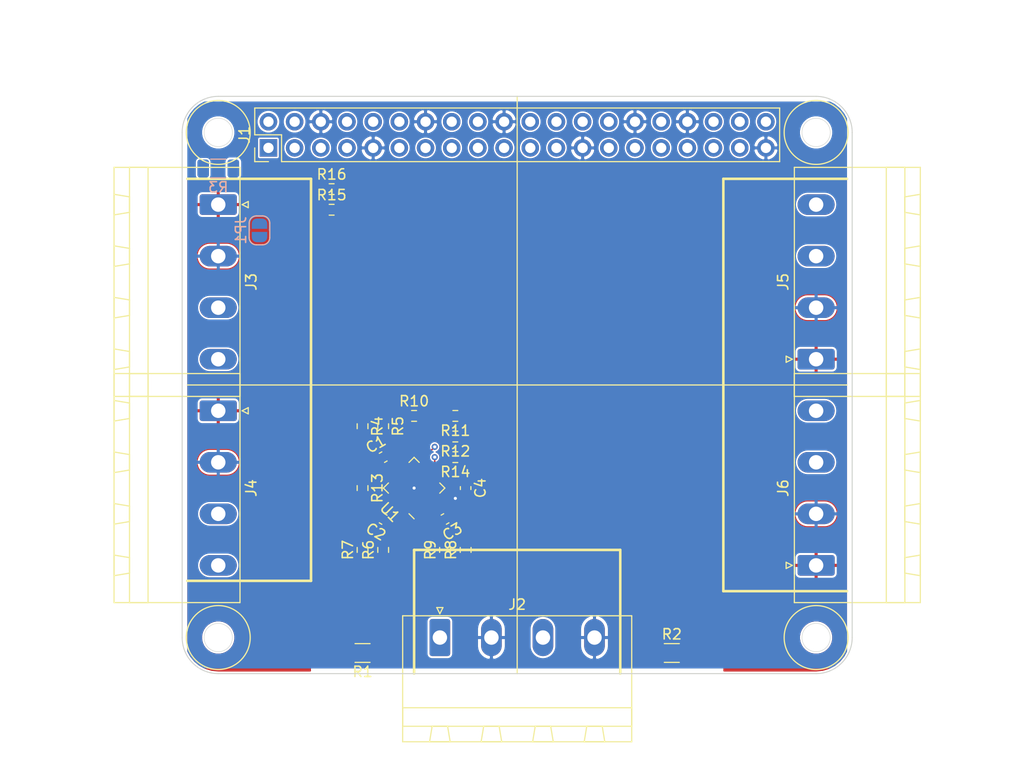
<source format=kicad_pcb>
(kicad_pcb (version 20171130) (host pcbnew 5.1.10-88a1d61d58~90~ubuntu20.04.1)
  (layers (0 F.Cu signal) (31 B.Cu signal hide) (34 B.Paste user hide) (35 F.Paste user hide) (36 B.SilkS user hide) (37 F.SilkS user hide) (38 B.Mask user hide) (39 F.Mask user hide) (44 Edge.Cuts user))
  (net 0 "")
  (net 1 +3V3)
  (net 2 +5V)
  (net 3 GND)
  (net 4 /VA_SENSE)
  (net 5 /VB_SENSE)
  (net 6 /VA)
  (net 7 /VB)
  (net 8 "Net-(C1-Pad1)")
  (net 9 "Net-(C1-Pad2)")
  (net 10 "Net-(C2-Pad2)")
  (net 11 "Net-(C2-Pad1)")
  (net 12 "Net-(C3-Pad1)")
  (net 13 "Net-(C3-Pad2)")
  (net 14 /5V_SENSE)
  (net 15 /SDA)
  (net 16 /SCL)
  (net 17 /PM_PV)
  (net 18 /PM_CRIT)
  (net 19 /PM_WARN)
  (net 20 /PM_TC)
  (net 21 /PM_A0)
  (module Resistor_SMD:R_0603_1608Metric (layer F.Cu) (at 82 81)
    (fp_text reference R16 (at 0 -1.43) (layer F.SilkS))
    (fp_text value R)
    (fp_line (start -0.237258 -0.5225) (end 0.237258 -0.5225) (layer F.SilkS) (width 0.12))
    (fp_line (start -0.237258 0.5225) (end 0.237258 0.5225) (layer F.SilkS) (width 0.12))
    (pad 2 smd roundrect (at 0.825 0) (size 0.8 0.95) (layers F.Cu F.Paste F.Mask) (net 16 /SCL))
    (pad 1 smd roundrect (at -0.825 0) (size 0.8 0.95) (layers F.Cu F.Paste F.Mask) (net 1 +3V3))
  )
  (module Resistor_SMD:R_0603_1608Metric (layer F.Cu) (at 82 83)
    (fp_text reference R15 (at 0 -1.43) (layer F.SilkS))
    (fp_text value R)
    (fp_line (start -0.237258 -0.5225) (end 0.237258 -0.5225) (layer F.SilkS) (width 0.12))
    (fp_line (start -0.237258 0.5225) (end 0.237258 0.5225) (layer F.SilkS) (width 0.12))
    (pad 2 smd roundrect (at 0.825 0) (size 0.8 0.95) (layers F.Cu F.Paste F.Mask) (net 15 /SDA))
    (pad 1 smd roundrect (at -0.825 0) (size 0.8 0.95) (layers F.Cu F.Paste F.Mask) (net 1 +3V3))
  )
  (module Resistor_SMD:R_1206_3216Metric (layer B.Cu) (at 71 79)
    (fp_text reference R3 (at 0 1.82) (layer B.SilkS) (effects (justify mirror)))
    (fp_text value R005)
    (fp_line (start -0.727064 0.91) (end 0.727064 0.91) (layer B.SilkS) (width 0.12))
    (fp_line (start -0.727064 -0.91) (end 0.727064 -0.91) (layer B.SilkS) (width 0.12))
    (pad 2 smd roundrect (at 1.4625 0) (size 1.125 1.75) (layers B.Cu B.Paste B.Mask) (roundrect_rratio 0.222222) (net 2 +5V))
    (pad 1 smd roundrect (at -1.4625 0) (size 1.125 1.75) (layers B.Cu B.Paste B.Mask) (roundrect_rratio 0.222222) (net 14 /5V_SENSE))
  )
  (module Resistor_SMD:R_1206_3216Metric (layer F.Cu) (at 115 126)
    (fp_text reference R2 (at 0 -1.82) (layer F.SilkS))
    (fp_text value R005)
    (fp_line (start -0.727064 -0.91) (end 0.727064 -0.91) (layer F.SilkS) (width 0.12))
    (fp_line (start -0.727064 0.91) (end 0.727064 0.91) (layer F.SilkS) (width 0.12))
    (pad 2 smd roundrect (at 1.4625 0) (size 1.125 1.75) (layers F.Cu F.Paste F.Mask) (roundrect_rratio 0.222222) (net 7 /VB))
    (pad 1 smd roundrect (at -1.4625 0) (size 1.125 1.75) (layers F.Cu F.Paste F.Mask) (roundrect_rratio 0.222222) (net 5 /VB_SENSE))
  )
  (module Resistor_SMD:R_1206_3216Metric (layer F.Cu) (at 85 126 180)
    (fp_text reference R1 (at 0 -1.82) (layer F.SilkS))
    (fp_text value R005)
    (fp_line (start -0.727064 -0.91) (end 0.727064 -0.91) (layer F.SilkS) (width 0.12))
    (fp_line (start -0.727064 0.91) (end 0.727064 0.91) (layer F.SilkS) (width 0.12))
    (pad 2 smd roundrect (at 1.4625 0 180) (size 1.125 1.75) (layers F.Cu F.Paste F.Mask) (roundrect_rratio 0.222222) (net 6 /VA))
    (pad 1 smd roundrect (at -1.4625 0 180) (size 1.125 1.75) (layers F.Cu F.Paste F.Mask) (roundrect_rratio 0.222222) (net 4 /VA_SENSE))
  )
  (module Connector_PinHeader_2.54mm:PinHeader_2x20_P2.54mm_Vertical (layer F.Cu) (at 75.87 77 90)
    (fp_text reference J1 (at 1.27 -2.33 90) (layer F.SilkS))
    (fp_text value Raspberry_Pi_2_3)
    (fp_line (start -1.33 -1.33) (end 0 -1.33) (layer F.SilkS) (width 0.12))
    (fp_line (start -1.33 0) (end -1.33 -1.33) (layer F.SilkS) (width 0.12))
    (fp_line (start 1.27 -1.33) (end 3.87 -1.33) (layer F.SilkS) (width 0.12))
    (fp_line (start 1.27 1.27) (end 1.27 -1.33) (layer F.SilkS) (width 0.12))
    (fp_line (start -1.33 1.27) (end 1.27 1.27) (layer F.SilkS) (width 0.12))
    (fp_line (start 3.87 -1.33) (end 3.87 49.59) (layer F.SilkS) (width 0.12))
    (fp_line (start -1.33 1.27) (end -1.33 49.59) (layer F.SilkS) (width 0.12))
    (fp_line (start -1.33 49.59) (end 3.87 49.59) (layer F.SilkS) (width 0.12))
    (pad 1 thru_hole rect (at 0 0 90) (size 1.7 1.7) (drill 1) (layers *.Cu *.Mask) (net 1 +3V3))
    (pad 2 thru_hole oval (at 2.54 0 90) (size 1.7 1.7) (drill 1) (layers *.Cu *.Mask) (net 2 +5V))
    (pad 3 thru_hole oval (at 0 2.54 90) (size 1.7 1.7) (drill 1) (layers *.Cu *.Mask) (net 15 /SDA))
    (pad 4 thru_hole oval (at 2.54 2.54 90) (size 1.7 1.7) (drill 1) (layers *.Cu *.Mask) (net 2 +5V))
    (pad 5 thru_hole oval (at 0 5.08 90) (size 1.7 1.7) (drill 1) (layers *.Cu *.Mask) (net 16 /SCL))
    (pad 6 thru_hole oval (at 2.54 5.08 90) (size 1.7 1.7) (drill 1) (layers *.Cu *.Mask) (net 3 GND))
    (pad 7 thru_hole oval (at 0 7.62 90) (size 1.7 1.7) (drill 1) (layers *.Cu *.Mask))
    (pad 8 thru_hole oval (at 2.54 7.62 90) (size 1.7 1.7) (drill 1) (layers *.Cu *.Mask))
    (pad 9 thru_hole oval (at 0 10.16 90) (size 1.7 1.7) (drill 1) (layers *.Cu *.Mask) (net 3 GND))
    (pad 10 thru_hole oval (at 2.54 10.16 90) (size 1.7 1.7) (drill 1) (layers *.Cu *.Mask))
    (pad 11 thru_hole oval (at 0 12.7 90) (size 1.7 1.7) (drill 1) (layers *.Cu *.Mask))
    (pad 12 thru_hole oval (at 2.54 12.7 90) (size 1.7 1.7) (drill 1) (layers *.Cu *.Mask))
    (pad 13 thru_hole oval (at 0 15.24 90) (size 1.7 1.7) (drill 1) (layers *.Cu *.Mask))
    (pad 14 thru_hole oval (at 2.54 15.24 90) (size 1.7 1.7) (drill 1) (layers *.Cu *.Mask) (net 3 GND))
    (pad 15 thru_hole oval (at 0 17.78 90) (size 1.7 1.7) (drill 1) (layers *.Cu *.Mask))
    (pad 16 thru_hole oval (at 2.54 17.78 90) (size 1.7 1.7) (drill 1) (layers *.Cu *.Mask))
    (pad 17 thru_hole oval (at 0 20.32 90) (size 1.7 1.7) (drill 1) (layers *.Cu *.Mask) (net 1 +3V3))
    (pad 18 thru_hole oval (at 2.54 20.32 90) (size 1.7 1.7) (drill 1) (layers *.Cu *.Mask))
    (pad 19 thru_hole oval (at 0 22.86 90) (size 1.7 1.7) (drill 1) (layers *.Cu *.Mask))
    (pad 20 thru_hole oval (at 2.54 22.86 90) (size 1.7 1.7) (drill 1) (layers *.Cu *.Mask) (net 3 GND))
    (pad 21 thru_hole oval (at 0 25.4 90) (size 1.7 1.7) (drill 1) (layers *.Cu *.Mask))
    (pad 22 thru_hole oval (at 2.54 25.4 90) (size 1.7 1.7) (drill 1) (layers *.Cu *.Mask))
    (pad 23 thru_hole oval (at 0 27.94 90) (size 1.7 1.7) (drill 1) (layers *.Cu *.Mask))
    (pad 24 thru_hole oval (at 2.54 27.94 90) (size 1.7 1.7) (drill 1) (layers *.Cu *.Mask))
    (pad 25 thru_hole oval (at 0 30.48 90) (size 1.7 1.7) (drill 1) (layers *.Cu *.Mask) (net 3 GND))
    (pad 26 thru_hole oval (at 2.54 30.48 90) (size 1.7 1.7) (drill 1) (layers *.Cu *.Mask))
    (pad 27 thru_hole oval (at 0 33.02 90) (size 1.7 1.7) (drill 1) (layers *.Cu *.Mask))
    (pad 28 thru_hole oval (at 2.54 33.02 90) (size 1.7 1.7) (drill 1) (layers *.Cu *.Mask))
    (pad 29 thru_hole oval (at 0 35.56 90) (size 1.7 1.7) (drill 1) (layers *.Cu *.Mask))
    (pad 30 thru_hole oval (at 2.54 35.56 90) (size 1.7 1.7) (drill 1) (layers *.Cu *.Mask) (net 3 GND))
    (pad 31 thru_hole oval (at 0 38.1 90) (size 1.7 1.7) (drill 1) (layers *.Cu *.Mask))
    (pad 32 thru_hole oval (at 2.54 38.1 90) (size 1.7 1.7) (drill 1) (layers *.Cu *.Mask))
    (pad 33 thru_hole oval (at 0 40.64 90) (size 1.7 1.7) (drill 1) (layers *.Cu *.Mask))
    (pad 34 thru_hole oval (at 2.54 40.64 90) (size 1.7 1.7) (drill 1) (layers *.Cu *.Mask) (net 3 GND))
    (pad 35 thru_hole oval (at 0 43.18 90) (size 1.7 1.7) (drill 1) (layers *.Cu *.Mask))
    (pad 36 thru_hole oval (at 2.54 43.18 90) (size 1.7 1.7) (drill 1) (layers *.Cu *.Mask))
    (pad 37 thru_hole oval (at 0 45.72 90) (size 1.7 1.7) (drill 1) (layers *.Cu *.Mask))
    (pad 38 thru_hole oval (at 2.54 45.72 90) (size 1.7 1.7) (drill 1) (layers *.Cu *.Mask))
    (pad 39 thru_hole oval (at 0 48.26 90) (size 1.7 1.7) (drill 1) (layers *.Cu *.Mask) (net 3 GND))
    (pad 40 thru_hole oval (at 2.54 48.26 90) (size 1.7 1.7) (drill 1) (layers *.Cu *.Mask))
  )
  (module Connector_Phoenix_MSTB:PhoenixContact_MSTBA_2,5_4-G_1x04_P5.00mm_Horizontal (layer F.Cu) (at 92.5 124.5)
    (fp_text reference J2 (at 7.5 -3.2) (layer F.SilkS))
    (fp_text value Conn_01x04)
    (fp_line (start -0.3 -2.91) (end 0.3 -2.91) (layer F.SilkS) (width 0.12))
    (fp_line (start 0 -2.31) (end -0.3 -2.91) (layer F.SilkS) (width 0.12))
    (fp_line (start 0.3 -2.91) (end 0 -2.31) (layer F.SilkS) (width 0.12))
    (fp_line (start 14.25 8.61) (end 14 10.11) (layer F.SilkS) (width 0.12))
    (fp_line (start 15.75 8.61) (end 14.25 8.61) (layer F.SilkS) (width 0.12))
    (fp_line (start 16 10.11) (end 15.75 8.61) (layer F.SilkS) (width 0.12))
    (fp_line (start 14 10.11) (end 16 10.11) (layer F.SilkS) (width 0.12))
    (fp_line (start 9.25 8.61) (end 9 10.11) (layer F.SilkS) (width 0.12))
    (fp_line (start 10.75 8.61) (end 9.25 8.61) (layer F.SilkS) (width 0.12))
    (fp_line (start 11 10.11) (end 10.75 8.61) (layer F.SilkS) (width 0.12))
    (fp_line (start 9 10.11) (end 11 10.11) (layer F.SilkS) (width 0.12))
    (fp_line (start 4.25 8.61) (end 4 10.11) (layer F.SilkS) (width 0.12))
    (fp_line (start 5.75 8.61) (end 4.25 8.61) (layer F.SilkS) (width 0.12))
    (fp_line (start 6 10.11) (end 5.75 8.61) (layer F.SilkS) (width 0.12))
    (fp_line (start 4 10.11) (end 6 10.11) (layer F.SilkS) (width 0.12))
    (fp_line (start -0.75 8.61) (end -1 10.11) (layer F.SilkS) (width 0.12))
    (fp_line (start 0.75 8.61) (end -0.75 8.61) (layer F.SilkS) (width 0.12))
    (fp_line (start 1 10.11) (end 0.75 8.61) (layer F.SilkS) (width 0.12))
    (fp_line (start -1 10.11) (end 1 10.11) (layer F.SilkS) (width 0.12))
    (fp_line (start 18.61 8.61) (end -3.61 8.61) (layer F.SilkS) (width 0.12))
    (fp_line (start 18.61 6.81) (end 18.61 8.61) (layer F.SilkS) (width 0.12))
    (fp_line (start -3.61 6.81) (end 18.61 6.81) (layer F.SilkS) (width 0.12))
    (fp_line (start -3.61 8.61) (end -3.61 6.81) (layer F.SilkS) (width 0.12))
    (fp_line (start 18.61 -2.11) (end -3.61 -2.11) (layer F.SilkS) (width 0.12))
    (fp_line (start 18.61 10.11) (end 18.61 -2.11) (layer F.SilkS) (width 0.12))
    (fp_line (start -3.61 10.11) (end 18.61 10.11) (layer F.SilkS) (width 0.12))
    (fp_line (start -3.61 -2.11) (end -3.61 10.11) (layer F.SilkS) (width 0.12))
    (pad 1 thru_hole roundrect (at 0 0) (size 2 3.6) (drill 1.4) (layers *.Cu *.Mask) (roundrect_rratio 0.125) (net 4 /VA_SENSE))
    (pad 2 thru_hole oval (at 5 0) (size 2 3.6) (drill 1.4) (layers *.Cu *.Mask) (net 3 GND))
    (pad 3 thru_hole oval (at 10 0) (size 2 3.6) (drill 1.4) (layers *.Cu *.Mask) (net 5 /VB_SENSE))
    (pad 4 thru_hole oval (at 15 0) (size 2 3.6) (drill 1.4) (layers *.Cu *.Mask) (net 3 GND))
  )
  (module Connector_Phoenix_MSTB:PhoenixContact_MSTBA_2,5_4-G_1x04_P5.00mm_Horizontal (layer F.Cu) (at 71 82.5 270)
    (fp_text reference J3 (at 7.5 -3.2 90) (layer F.SilkS))
    (fp_text value Conn_01x04)
    (fp_line (start -3.61 -2.11) (end -3.61 10.11) (layer F.SilkS) (width 0.12))
    (fp_line (start -3.61 10.11) (end 18.61 10.11) (layer F.SilkS) (width 0.12))
    (fp_line (start 18.61 10.11) (end 18.61 -2.11) (layer F.SilkS) (width 0.12))
    (fp_line (start 18.61 -2.11) (end -3.61 -2.11) (layer F.SilkS) (width 0.12))
    (fp_line (start -3.61 8.61) (end -3.61 6.81) (layer F.SilkS) (width 0.12))
    (fp_line (start -3.61 6.81) (end 18.61 6.81) (layer F.SilkS) (width 0.12))
    (fp_line (start 18.61 6.81) (end 18.61 8.61) (layer F.SilkS) (width 0.12))
    (fp_line (start 18.61 8.61) (end -3.61 8.61) (layer F.SilkS) (width 0.12))
    (fp_line (start -1 10.11) (end 1 10.11) (layer F.SilkS) (width 0.12))
    (fp_line (start 1 10.11) (end 0.75 8.61) (layer F.SilkS) (width 0.12))
    (fp_line (start 0.75 8.61) (end -0.75 8.61) (layer F.SilkS) (width 0.12))
    (fp_line (start -0.75 8.61) (end -1 10.11) (layer F.SilkS) (width 0.12))
    (fp_line (start 4 10.11) (end 6 10.11) (layer F.SilkS) (width 0.12))
    (fp_line (start 6 10.11) (end 5.75 8.61) (layer F.SilkS) (width 0.12))
    (fp_line (start 5.75 8.61) (end 4.25 8.61) (layer F.SilkS) (width 0.12))
    (fp_line (start 4.25 8.61) (end 4 10.11) (layer F.SilkS) (width 0.12))
    (fp_line (start 9 10.11) (end 11 10.11) (layer F.SilkS) (width 0.12))
    (fp_line (start 11 10.11) (end 10.75 8.61) (layer F.SilkS) (width 0.12))
    (fp_line (start 10.75 8.61) (end 9.25 8.61) (layer F.SilkS) (width 0.12))
    (fp_line (start 9.25 8.61) (end 9 10.11) (layer F.SilkS) (width 0.12))
    (fp_line (start 14 10.11) (end 16 10.11) (layer F.SilkS) (width 0.12))
    (fp_line (start 16 10.11) (end 15.75 8.61) (layer F.SilkS) (width 0.12))
    (fp_line (start 15.75 8.61) (end 14.25 8.61) (layer F.SilkS) (width 0.12))
    (fp_line (start 14.25 8.61) (end 14 10.11) (layer F.SilkS) (width 0.12))
    (fp_line (start 0.3 -2.91) (end 0 -2.31) (layer F.SilkS) (width 0.12))
    (fp_line (start 0 -2.31) (end -0.3 -2.91) (layer F.SilkS) (width 0.12))
    (fp_line (start -0.3 -2.91) (end 0.3 -2.91) (layer F.SilkS) (width 0.12))
    (pad 4 thru_hole oval (at 15 0 270) (size 2 3.6) (drill 1.4) (layers *.Cu *.Mask))
    (pad 3 thru_hole oval (at 10 0 270) (size 2 3.6) (drill 1.4) (layers *.Cu *.Mask))
    (pad 2 thru_hole oval (at 5 0 270) (size 2 3.6) (drill 1.4) (layers *.Cu *.Mask) (net 3 GND))
    (pad 1 thru_hole roundrect (at 0 0 270) (size 2 3.6) (drill 1.4) (layers *.Cu *.Mask) (roundrect_rratio 0.125) (net 6 /VA))
  )
  (module Connector_Phoenix_MSTB:PhoenixContact_MSTBA_2,5_4-G_1x04_P5.00mm_Horizontal (layer F.Cu) (at 71 102.5 270)
    (fp_text reference J4 (at 7.5 -3.2 90) (layer F.SilkS))
    (fp_text value Conn_01x04)
    (fp_line (start -0.3 -2.91) (end 0.3 -2.91) (layer F.SilkS) (width 0.12))
    (fp_line (start 0 -2.31) (end -0.3 -2.91) (layer F.SilkS) (width 0.12))
    (fp_line (start 0.3 -2.91) (end 0 -2.31) (layer F.SilkS) (width 0.12))
    (fp_line (start 14.25 8.61) (end 14 10.11) (layer F.SilkS) (width 0.12))
    (fp_line (start 15.75 8.61) (end 14.25 8.61) (layer F.SilkS) (width 0.12))
    (fp_line (start 16 10.11) (end 15.75 8.61) (layer F.SilkS) (width 0.12))
    (fp_line (start 14 10.11) (end 16 10.11) (layer F.SilkS) (width 0.12))
    (fp_line (start 9.25 8.61) (end 9 10.11) (layer F.SilkS) (width 0.12))
    (fp_line (start 10.75 8.61) (end 9.25 8.61) (layer F.SilkS) (width 0.12))
    (fp_line (start 11 10.11) (end 10.75 8.61) (layer F.SilkS) (width 0.12))
    (fp_line (start 9 10.11) (end 11 10.11) (layer F.SilkS) (width 0.12))
    (fp_line (start 4.25 8.61) (end 4 10.11) (layer F.SilkS) (width 0.12))
    (fp_line (start 5.75 8.61) (end 4.25 8.61) (layer F.SilkS) (width 0.12))
    (fp_line (start 6 10.11) (end 5.75 8.61) (layer F.SilkS) (width 0.12))
    (fp_line (start 4 10.11) (end 6 10.11) (layer F.SilkS) (width 0.12))
    (fp_line (start -0.75 8.61) (end -1 10.11) (layer F.SilkS) (width 0.12))
    (fp_line (start 0.75 8.61) (end -0.75 8.61) (layer F.SilkS) (width 0.12))
    (fp_line (start 1 10.11) (end 0.75 8.61) (layer F.SilkS) (width 0.12))
    (fp_line (start -1 10.11) (end 1 10.11) (layer F.SilkS) (width 0.12))
    (fp_line (start 18.61 8.61) (end -3.61 8.61) (layer F.SilkS) (width 0.12))
    (fp_line (start 18.61 6.81) (end 18.61 8.61) (layer F.SilkS) (width 0.12))
    (fp_line (start -3.61 6.81) (end 18.61 6.81) (layer F.SilkS) (width 0.12))
    (fp_line (start -3.61 8.61) (end -3.61 6.81) (layer F.SilkS) (width 0.12))
    (fp_line (start 18.61 -2.11) (end -3.61 -2.11) (layer F.SilkS) (width 0.12))
    (fp_line (start 18.61 10.11) (end 18.61 -2.11) (layer F.SilkS) (width 0.12))
    (fp_line (start -3.61 10.11) (end 18.61 10.11) (layer F.SilkS) (width 0.12))
    (fp_line (start -3.61 -2.11) (end -3.61 10.11) (layer F.SilkS) (width 0.12))
    (pad 1 thru_hole roundrect (at 0 0 270) (size 2 3.6) (drill 1.4) (layers *.Cu *.Mask) (roundrect_rratio 0.125) (net 6 /VA))
    (pad 2 thru_hole oval (at 5 0 270) (size 2 3.6) (drill 1.4) (layers *.Cu *.Mask) (net 3 GND))
    (pad 3 thru_hole oval (at 10 0 270) (size 2 3.6) (drill 1.4) (layers *.Cu *.Mask))
    (pad 4 thru_hole oval (at 15 0 270) (size 2 3.6) (drill 1.4) (layers *.Cu *.Mask))
  )
  (module Jumper:SolderJumper-2_P1.3mm_Open_RoundedPad1.0x1.5mm (layer B.Cu) (at 75 85 270)
    (fp_text reference JP1 (at 0 1.8 270) (layer B.SilkS) (effects (justify mirror)))
    (fp_text value SolderJumper_2_Open)
    (fp_line (start -0.7 1) (end 0.7 1) (layer B.SilkS) (width 0.12))
    (fp_line (start 1.4 0.3) (end 1.4 -0.3) (layer B.SilkS) (width 0.12))
    (fp_line (start 0.7 -1) (end -0.7 -1) (layer B.SilkS) (width 0.12))
    (fp_line (start -1.4 -0.3) (end -1.4 0.3) (layer B.SilkS) (width 0.12))
    (fp_arc (start 0.7 0.3) (end 1.4 0.3) (angle 90) (layer B.SilkS) (width 0.12))
    (fp_arc (start 0.7 -0.3) (end 0.7 -1) (angle 90) (layer B.SilkS) (width 0.12))
    (fp_arc (start -0.7 -0.3) (end -1.4 -0.3) (angle 90) (layer B.SilkS) (width 0.12))
    (fp_arc (start -0.7 0.3) (end -0.7 1) (angle 90) (layer B.SilkS) (width 0.12))
    (pad 1 smd custom (at -0.65 0 270) (size 1 0.5) (layers B.Cu B.Mask) (net 14 /5V_SENSE) (options (clearance outline) (anchor rect)) (primitives (gr_circle (center 0 -0.25) (end 0.5 -0.25) (width 0)) (gr_circle (center 0 0.25) (end 0.5 0.25) (width 0)) (gr_poly (pts (xy 0 0.75) (xy 0.5 0.75) (xy 0.5 -0.75) (xy 0 -0.75)) (width 0))))
    (pad 2 smd custom (at 0.65 0 270) (size 1 0.5) (layers B.Cu B.Mask) (net 6 /VA) (options (clearance outline) (anchor rect)) (primitives (gr_circle (center 0 -0.25) (end 0.5 -0.25) (width 0)) (gr_circle (center 0 0.25) (end 0.5 0.25) (width 0)) (gr_poly (pts (xy 0 0.75) (xy -0.5 0.75) (xy -0.5 -0.75) (xy 0 -0.75)) (width 0))))
  )
  (module Connector_Phoenix_MSTB:PhoenixContact_MSTBA_2,5_4-G_1x04_P5.00mm_Horizontal (layer F.Cu) (at 129 97.5 90)
    (fp_text reference J5 (at 7.5 -3.2 90) (layer F.SilkS))
    (fp_text value Conn_01x04)
    (fp_line (start -0.3 -2.91) (end 0.3 -2.91) (layer F.SilkS) (width 0.12))
    (fp_line (start 0 -2.31) (end -0.3 -2.91) (layer F.SilkS) (width 0.12))
    (fp_line (start 0.3 -2.91) (end 0 -2.31) (layer F.SilkS) (width 0.12))
    (fp_line (start 14.25 8.61) (end 14 10.11) (layer F.SilkS) (width 0.12))
    (fp_line (start 15.75 8.61) (end 14.25 8.61) (layer F.SilkS) (width 0.12))
    (fp_line (start 16 10.11) (end 15.75 8.61) (layer F.SilkS) (width 0.12))
    (fp_line (start 14 10.11) (end 16 10.11) (layer F.SilkS) (width 0.12))
    (fp_line (start 9.25 8.61) (end 9 10.11) (layer F.SilkS) (width 0.12))
    (fp_line (start 10.75 8.61) (end 9.25 8.61) (layer F.SilkS) (width 0.12))
    (fp_line (start 11 10.11) (end 10.75 8.61) (layer F.SilkS) (width 0.12))
    (fp_line (start 9 10.11) (end 11 10.11) (layer F.SilkS) (width 0.12))
    (fp_line (start 4.25 8.61) (end 4 10.11) (layer F.SilkS) (width 0.12))
    (fp_line (start 5.75 8.61) (end 4.25 8.61) (layer F.SilkS) (width 0.12))
    (fp_line (start 6 10.11) (end 5.75 8.61) (layer F.SilkS) (width 0.12))
    (fp_line (start 4 10.11) (end 6 10.11) (layer F.SilkS) (width 0.12))
    (fp_line (start -0.75 8.61) (end -1 10.11) (layer F.SilkS) (width 0.12))
    (fp_line (start 0.75 8.61) (end -0.75 8.61) (layer F.SilkS) (width 0.12))
    (fp_line (start 1 10.11) (end 0.75 8.61) (layer F.SilkS) (width 0.12))
    (fp_line (start -1 10.11) (end 1 10.11) (layer F.SilkS) (width 0.12))
    (fp_line (start 18.61 8.61) (end -3.61 8.61) (layer F.SilkS) (width 0.12))
    (fp_line (start 18.61 6.81) (end 18.61 8.61) (layer F.SilkS) (width 0.12))
    (fp_line (start -3.61 6.81) (end 18.61 6.81) (layer F.SilkS) (width 0.12))
    (fp_line (start -3.61 8.61) (end -3.61 6.81) (layer F.SilkS) (width 0.12))
    (fp_line (start 18.61 -2.11) (end -3.61 -2.11) (layer F.SilkS) (width 0.12))
    (fp_line (start 18.61 10.11) (end 18.61 -2.11) (layer F.SilkS) (width 0.12))
    (fp_line (start -3.61 10.11) (end 18.61 10.11) (layer F.SilkS) (width 0.12))
    (fp_line (start -3.61 -2.11) (end -3.61 10.11) (layer F.SilkS) (width 0.12))
    (pad 1 thru_hole roundrect (at 0 0 90) (size 2 3.6) (drill 1.4) (layers *.Cu *.Mask) (roundrect_rratio 0.125) (net 7 /VB))
    (pad 2 thru_hole oval (at 5 0 90) (size 2 3.6) (drill 1.4) (layers *.Cu *.Mask) (net 3 GND))
    (pad 3 thru_hole oval (at 10 0 90) (size 2 3.6) (drill 1.4) (layers *.Cu *.Mask))
    (pad 4 thru_hole oval (at 15 0 90) (size 2 3.6) (drill 1.4) (layers *.Cu *.Mask))
  )
  (module Connector_Phoenix_MSTB:PhoenixContact_MSTBA_2,5_4-G_1x04_P5.00mm_Horizontal (layer F.Cu) (at 129 117.5 90)
    (fp_text reference J6 (at 7.5 -3.2 90) (layer F.SilkS))
    (fp_text value Conn_01x04)
    (fp_line (start -3.61 -2.11) (end -3.61 10.11) (layer F.SilkS) (width 0.12))
    (fp_line (start -3.61 10.11) (end 18.61 10.11) (layer F.SilkS) (width 0.12))
    (fp_line (start 18.61 10.11) (end 18.61 -2.11) (layer F.SilkS) (width 0.12))
    (fp_line (start 18.61 -2.11) (end -3.61 -2.11) (layer F.SilkS) (width 0.12))
    (fp_line (start -3.61 8.61) (end -3.61 6.81) (layer F.SilkS) (width 0.12))
    (fp_line (start -3.61 6.81) (end 18.61 6.81) (layer F.SilkS) (width 0.12))
    (fp_line (start 18.61 6.81) (end 18.61 8.61) (layer F.SilkS) (width 0.12))
    (fp_line (start 18.61 8.61) (end -3.61 8.61) (layer F.SilkS) (width 0.12))
    (fp_line (start -1 10.11) (end 1 10.11) (layer F.SilkS) (width 0.12))
    (fp_line (start 1 10.11) (end 0.75 8.61) (layer F.SilkS) (width 0.12))
    (fp_line (start 0.75 8.61) (end -0.75 8.61) (layer F.SilkS) (width 0.12))
    (fp_line (start -0.75 8.61) (end -1 10.11) (layer F.SilkS) (width 0.12))
    (fp_line (start 4 10.11) (end 6 10.11) (layer F.SilkS) (width 0.12))
    (fp_line (start 6 10.11) (end 5.75 8.61) (layer F.SilkS) (width 0.12))
    (fp_line (start 5.75 8.61) (end 4.25 8.61) (layer F.SilkS) (width 0.12))
    (fp_line (start 4.25 8.61) (end 4 10.11) (layer F.SilkS) (width 0.12))
    (fp_line (start 9 10.11) (end 11 10.11) (layer F.SilkS) (width 0.12))
    (fp_line (start 11 10.11) (end 10.75 8.61) (layer F.SilkS) (width 0.12))
    (fp_line (start 10.75 8.61) (end 9.25 8.61) (layer F.SilkS) (width 0.12))
    (fp_line (start 9.25 8.61) (end 9 10.11) (layer F.SilkS) (width 0.12))
    (fp_line (start 14 10.11) (end 16 10.11) (layer F.SilkS) (width 0.12))
    (fp_line (start 16 10.11) (end 15.75 8.61) (layer F.SilkS) (width 0.12))
    (fp_line (start 15.75 8.61) (end 14.25 8.61) (layer F.SilkS) (width 0.12))
    (fp_line (start 14.25 8.61) (end 14 10.11) (layer F.SilkS) (width 0.12))
    (fp_line (start 0.3 -2.91) (end 0 -2.31) (layer F.SilkS) (width 0.12))
    (fp_line (start 0 -2.31) (end -0.3 -2.91) (layer F.SilkS) (width 0.12))
    (fp_line (start -0.3 -2.91) (end 0.3 -2.91) (layer F.SilkS) (width 0.12))
    (pad 4 thru_hole oval (at 15 0 90) (size 2 3.6) (drill 1.4) (layers *.Cu *.Mask))
    (pad 3 thru_hole oval (at 10 0 90) (size 2 3.6) (drill 1.4) (layers *.Cu *.Mask))
    (pad 2 thru_hole oval (at 5 0 90) (size 2 3.6) (drill 1.4) (layers *.Cu *.Mask) (net 3 GND))
    (pad 1 thru_hole roundrect (at 0 0 90) (size 2 3.6) (drill 1.4) (layers *.Cu *.Mask) (roundrect_rratio 0.125) (net 7 /VB))
  )
  (module Capacitor_SMD:C_0603_1608Metric (layer F.Cu) (at 87 107 30)
    (fp_text reference C1 (at 0 -1.43 30) (layer F.SilkS))
    (fp_text value 100nF)
    (fp_line (start -0.14058 0.51) (end 0.14058 0.51) (layer F.SilkS) (width 0.12))
    (fp_line (start -0.14058 -0.51) (end 0.14058 -0.51) (layer F.SilkS) (width 0.12))
    (pad 1 smd roundrect (at -0.775 0 30) (size 0.9 0.95) (layers F.Cu F.Paste F.Mask) (net 8 "Net-(C1-Pad1)"))
    (pad 2 smd roundrect (at 0.775 0 30) (size 0.9 0.95) (layers F.Cu F.Paste F.Mask) (net 9 "Net-(C1-Pad2)"))
  )
  (module Capacitor_SMD:C_0603_1608Metric (layer F.Cu) (at 87 113 150)
    (fp_text reference C2 (at 0 -1.43 150) (layer F.SilkS))
    (fp_text value 100nF)
    (fp_line (start -0.14058 -0.51) (end 0.14058 -0.51) (layer F.SilkS) (width 0.12))
    (fp_line (start -0.14058 0.51) (end 0.14058 0.51) (layer F.SilkS) (width 0.12))
    (pad 2 smd roundrect (at 0.775 0 150) (size 0.9 0.95) (layers F.Cu F.Paste F.Mask) (net 10 "Net-(C2-Pad2)"))
    (pad 1 smd roundrect (at -0.775 0 150) (size 0.9 0.95) (layers F.Cu F.Paste F.Mask) (net 11 "Net-(C2-Pad1)"))
  )
  (module Capacitor_SMD:C_0603_1608Metric (layer F.Cu) (at 93 113 210)
    (fp_text reference C3 (at 0 -1.43 30) (layer F.SilkS))
    (fp_text value 100nF)
    (fp_line (start -0.14058 0.51) (end 0.14058 0.51) (layer F.SilkS) (width 0.12))
    (fp_line (start -0.14058 -0.51) (end 0.14058 -0.51) (layer F.SilkS) (width 0.12))
    (pad 1 smd roundrect (at -0.775 0 210) (size 0.9 0.95) (layers F.Cu F.Paste F.Mask) (net 12 "Net-(C3-Pad1)"))
    (pad 2 smd roundrect (at 0.775 0 210) (size 0.9 0.95) (layers F.Cu F.Paste F.Mask) (net 13 "Net-(C3-Pad2)"))
  )
  (module Capacitor_SMD:C_0603_1608Metric (layer F.Cu) (at 95 110 270)
    (fp_text reference C4 (at 0 -1.43 90) (layer F.SilkS))
    (fp_text value 100nF)
    (fp_line (start -0.14058 -0.51) (end 0.14058 -0.51) (layer F.SilkS) (width 0.12))
    (fp_line (start -0.14058 0.51) (end 0.14058 0.51) (layer F.SilkS) (width 0.12))
    (pad 2 smd roundrect (at 0.775 0 270) (size 0.9 0.95) (layers F.Cu F.Paste F.Mask) (net 3 GND))
    (pad 1 smd roundrect (at -0.775 0 270) (size 0.9 0.95) (layers F.Cu F.Paste F.Mask) (net 1 +3V3))
  )
  (module Resistor_SMD:R_0603_1608Metric (layer F.Cu) (at 85 104 270)
    (fp_text reference R4 (at 0 -1.43 90) (layer F.SilkS))
    (fp_text value 10R)
    (fp_line (start -0.237258 0.5225) (end 0.237258 0.5225) (layer F.SilkS) (width 0.12))
    (fp_line (start -0.237258 -0.5225) (end 0.237258 -0.5225) (layer F.SilkS) (width 0.12))
    (pad 1 smd roundrect (at -0.825 0 270) (size 0.8 0.95) (layers F.Cu F.Paste F.Mask) (net 14 /5V_SENSE))
    (pad 2 smd roundrect (at 0.825 0 270) (size 0.8 0.95) (layers F.Cu F.Paste F.Mask) (net 8 "Net-(C1-Pad1)"))
  )
  (module Resistor_SMD:R_0603_1608Metric (layer F.Cu) (at 87 104 270)
    (fp_text reference R5 (at 0 -1.43 90) (layer F.SilkS))
    (fp_text value 10R)
    (fp_line (start -0.237258 -0.5225) (end 0.237258 -0.5225) (layer F.SilkS) (width 0.12))
    (fp_line (start -0.237258 0.5225) (end 0.237258 0.5225) (layer F.SilkS) (width 0.12))
    (pad 2 smd roundrect (at 0.825 0 270) (size 0.8 0.95) (layers F.Cu F.Paste F.Mask) (net 9 "Net-(C1-Pad2)"))
    (pad 1 smd roundrect (at -0.825 0 270) (size 0.8 0.95) (layers F.Cu F.Paste F.Mask) (net 2 +5V))
  )
  (module Resistor_SMD:R_0603_1608Metric (layer F.Cu) (at 87 116 90)
    (fp_text reference R6 (at 0 -1.43 90) (layer F.SilkS))
    (fp_text value 10R)
    (fp_line (start -0.237258 0.5225) (end 0.237258 0.5225) (layer F.SilkS) (width 0.12))
    (fp_line (start -0.237258 -0.5225) (end 0.237258 -0.5225) (layer F.SilkS) (width 0.12))
    (pad 1 smd roundrect (at -0.825 0 90) (size 0.8 0.95) (layers F.Cu F.Paste F.Mask) (net 4 /VA_SENSE))
    (pad 2 smd roundrect (at 0.825 0 90) (size 0.8 0.95) (layers F.Cu F.Paste F.Mask) (net 11 "Net-(C2-Pad1)"))
  )
  (module Resistor_SMD:R_0603_1608Metric (layer F.Cu) (at 85 116 90)
    (fp_text reference R7 (at 0 -1.43 90) (layer F.SilkS))
    (fp_text value 10R)
    (fp_line (start -0.237258 -0.5225) (end 0.237258 -0.5225) (layer F.SilkS) (width 0.12))
    (fp_line (start -0.237258 0.5225) (end 0.237258 0.5225) (layer F.SilkS) (width 0.12))
    (pad 2 smd roundrect (at 0.825 0 90) (size 0.8 0.95) (layers F.Cu F.Paste F.Mask) (net 10 "Net-(C2-Pad2)"))
    (pad 1 smd roundrect (at -0.825 0 90) (size 0.8 0.95) (layers F.Cu F.Paste F.Mask) (net 6 /VA))
  )
  (module Resistor_SMD:R_0603_1608Metric (layer F.Cu) (at 95 116 90)
    (fp_text reference R8 (at 0 -1.43 90) (layer F.SilkS))
    (fp_text value 10R)
    (fp_line (start -0.237258 0.5225) (end 0.237258 0.5225) (layer F.SilkS) (width 0.12))
    (fp_line (start -0.237258 -0.5225) (end 0.237258 -0.5225) (layer F.SilkS) (width 0.12))
    (pad 1 smd roundrect (at -0.825 0 90) (size 0.8 0.95) (layers F.Cu F.Paste F.Mask) (net 7 /VB))
    (pad 2 smd roundrect (at 0.825 0 90) (size 0.8 0.95) (layers F.Cu F.Paste F.Mask) (net 12 "Net-(C3-Pad1)"))
  )
  (module Resistor_SMD:R_0603_1608Metric (layer F.Cu) (at 93 116 90)
    (fp_text reference R9 (at 0 -1.43 90) (layer F.SilkS))
    (fp_text value 10R)
    (fp_line (start -0.237258 -0.5225) (end 0.237258 -0.5225) (layer F.SilkS) (width 0.12))
    (fp_line (start -0.237258 0.5225) (end 0.237258 0.5225) (layer F.SilkS) (width 0.12))
    (pad 2 smd roundrect (at 0.825 0 90) (size 0.8 0.95) (layers F.Cu F.Paste F.Mask) (net 13 "Net-(C3-Pad2)"))
    (pad 1 smd roundrect (at -0.825 0 90) (size 0.8 0.95) (layers F.Cu F.Paste F.Mask) (net 5 /VB_SENSE))
  )
  (module Resistor_SMD:R_0603_1608Metric (layer F.Cu) (at 90 103)
    (fp_text reference R10 (at 0 -1.43) (layer F.SilkS))
    (fp_text value 10k)
    (fp_line (start -0.237258 0.5225) (end 0.237258 0.5225) (layer F.SilkS) (width 0.12))
    (fp_line (start -0.237258 -0.5225) (end 0.237258 -0.5225) (layer F.SilkS) (width 0.12))
    (pad 1 smd roundrect (at -0.825 0) (size 0.8 0.95) (layers F.Cu F.Paste F.Mask) (net 1 +3V3))
    (pad 2 smd roundrect (at 0.825 0) (size 0.8 0.95) (layers F.Cu F.Paste F.Mask) (net 17 /PM_PV))
  )
  (module Resistor_SMD:R_0603_1608Metric (layer F.Cu) (at 94 103 180)
    (fp_text reference R11 (at 0 -1.43) (layer F.SilkS))
    (fp_text value 10k)
    (fp_line (start -0.237258 -0.5225) (end 0.237258 -0.5225) (layer F.SilkS) (width 0.12))
    (fp_line (start -0.237258 0.5225) (end 0.237258 0.5225) (layer F.SilkS) (width 0.12))
    (pad 2 smd roundrect (at 0.825 0 180) (size 0.8 0.95) (layers F.Cu F.Paste F.Mask) (net 18 /PM_CRIT))
    (pad 1 smd roundrect (at -0.825 0 180) (size 0.8 0.95) (layers F.Cu F.Paste F.Mask) (net 1 +3V3))
  )
  (module Resistor_SMD:R_0603_1608Metric (layer F.Cu) (at 94 105 180)
    (fp_text reference R12 (at 0 -1.43) (layer F.SilkS))
    (fp_text value 10k)
    (fp_line (start -0.237258 0.5225) (end 0.237258 0.5225) (layer F.SilkS) (width 0.12))
    (fp_line (start -0.237258 -0.5225) (end 0.237258 -0.5225) (layer F.SilkS) (width 0.12))
    (pad 1 smd roundrect (at -0.825 0 180) (size 0.8 0.95) (layers F.Cu F.Paste F.Mask) (net 1 +3V3))
    (pad 2 smd roundrect (at 0.825 0 180) (size 0.8 0.95) (layers F.Cu F.Paste F.Mask) (net 19 /PM_WARN))
  )
  (module Resistor_SMD:R_0603_1608Metric (layer F.Cu) (at 85 110 270)
    (fp_text reference R13 (at 0 -1.43 90) (layer F.SilkS))
    (fp_text value 10k)
    (fp_line (start -0.237258 -0.5225) (end 0.237258 -0.5225) (layer F.SilkS) (width 0.12))
    (fp_line (start -0.237258 0.5225) (end 0.237258 0.5225) (layer F.SilkS) (width 0.12))
    (pad 2 smd roundrect (at 0.825 0 270) (size 0.8 0.95) (layers F.Cu F.Paste F.Mask) (net 20 /PM_TC))
    (pad 1 smd roundrect (at -0.825 0 270) (size 0.8 0.95) (layers F.Cu F.Paste F.Mask) (net 1 +3V3))
  )
  (module Resistor_SMD:R_0603_1608Metric (layer F.Cu) (at 94 107 180)
    (fp_text reference R14 (at 0 -1.43) (layer F.SilkS))
    (fp_text value 10k)
    (fp_line (start -0.237258 0.5225) (end 0.237258 0.5225) (layer F.SilkS) (width 0.12))
    (fp_line (start -0.237258 -0.5225) (end 0.237258 -0.5225) (layer F.SilkS) (width 0.12))
    (pad 1 smd roundrect (at -0.825 0 180) (size 0.8 0.95) (layers F.Cu F.Paste F.Mask) (net 1 +3V3))
    (pad 2 smd roundrect (at 0.825 0 180) (size 0.8 0.95) (layers F.Cu F.Paste F.Mask) (net 21 /PM_A0))
  )
  (module Package_DFN_QFN:Texas_RGV_S-PVQFN-N16_EP2.1x2.1mm (layer F.Cu) (at 90 110 135)
    (fp_text reference U1 (at 0 -3.32 135) (layer F.SilkS))
    (fp_text value INA3221)
    (fp_line (start -1.41 -2.11) (end -2.11 -2.11) (layer F.SilkS) (width 0.12))
    (fp_line (start 2.11 2.11) (end 2.11 1.41) (layer F.SilkS) (width 0.12))
    (fp_line (start 1.41 2.11) (end 2.11 2.11) (layer F.SilkS) (width 0.12))
    (fp_line (start -2.11 2.11) (end -2.11 1.41) (layer F.SilkS) (width 0.12))
    (fp_line (start -1.41 2.11) (end -2.11 2.11) (layer F.SilkS) (width 0.12))
    (fp_line (start 2.11 -2.11) (end 2.11 -1.41) (layer F.SilkS) (width 0.12))
    (fp_line (start 1.41 -2.11) (end 2.11 -2.11) (layer F.SilkS) (width 0.12))
    (pad 1 smd roundrect (at -1.8625 -0.975 135) (size 1.025 0.35) (layers F.Cu F.Paste F.Mask) (net 13 "Net-(C3-Pad2)"))
    (pad 2 smd roundrect (at -1.8625 -0.325 135) (size 1.025 0.35) (layers F.Cu F.Paste F.Mask) (net 12 "Net-(C3-Pad1)"))
    (pad 3 smd roundrect (at -1.8625 0.325 135) (size 1.025 0.35) (layers F.Cu F.Paste F.Mask) (net 3 GND))
    (pad 4 smd roundrect (at -1.8625 0.975 135) (size 1.025 0.35) (layers F.Cu F.Paste F.Mask) (net 1 +3V3))
    (pad 5 smd roundrect (at -0.975 1.8625 135) (size 0.35 1.025) (layers F.Cu F.Paste F.Mask) (net 21 /PM_A0))
    (pad 6 smd roundrect (at -0.325 1.8625 135) (size 0.35 1.025) (layers F.Cu F.Paste F.Mask) (net 16 /SCL))
    (pad 7 smd roundrect (at 0.325 1.8625 135) (size 0.35 1.025) (layers F.Cu F.Paste F.Mask) (net 15 /SDA))
    (pad 8 smd roundrect (at 0.975 1.8625 135) (size 0.35 1.025) (layers F.Cu F.Paste F.Mask) (net 19 /PM_WARN))
    (pad 9 smd roundrect (at 1.8625 0.975 135) (size 1.025 0.35) (layers F.Cu F.Paste F.Mask) (net 18 /PM_CRIT))
    (pad 10 smd roundrect (at 1.8625 0.325 135) (size 1.025 0.35) (layers F.Cu F.Paste F.Mask) (net 17 /PM_PV))
    (pad 11 smd roundrect (at 1.8625 -0.325 135) (size 1.025 0.35) (layers F.Cu F.Paste F.Mask) (net 9 "Net-(C1-Pad2)"))
    (pad 12 smd roundrect (at 1.8625 -0.975 135) (size 1.025 0.35) (layers F.Cu F.Paste F.Mask) (net 8 "Net-(C1-Pad1)"))
    (pad 13 smd roundrect (at 0.975 -1.8625 135) (size 0.35 1.025) (layers F.Cu F.Paste F.Mask) (net 20 /PM_TC))
    (pad 14 smd roundrect (at 0.325 -1.8625 135) (size 0.35 1.025) (layers F.Cu F.Paste F.Mask) (net 10 "Net-(C2-Pad2)"))
    (pad 15 smd roundrect (at -0.325 -1.8625 135) (size 0.35 1.025) (layers F.Cu F.Paste F.Mask) (net 11 "Net-(C2-Pad1)"))
    (pad 16 smd roundrect (at -0.975 -1.8625 135) (size 0.35 1.025) (layers F.Cu F.Paste F.Mask) (net 1 +3V3))
    (pad 17 smd rect (at 0 0 135) (size 2.1 2.1) (layers F.Cu F.Mask) (net 3 GND))
  )
  (gr_line (start 120 80) (end 132 80) (layer F.SilkS) (width 0.25))
  (gr_line (start 120 120) (end 120 80) (layer F.SilkS) (width 0.25))
  (gr_line (start 132 120) (end 120 120) (layer F.SilkS) (width 0.25))
  (gr_line (start 80 80) (end 68 80) (layer F.SilkS) (width 0.25))
  (gr_line (start 80 119) (end 80 80) (layer F.SilkS) (width 0.25))
  (gr_line (start 68 119) (end 80 119) (layer F.SilkS) (width 0.25))
  (gr_line (start 110 116) (end 110 128) (layer F.SilkS) (width 0.25))
  (gr_line (start 90 116) (end 110 116) (layer F.SilkS) (width 0.25))
  (gr_line (start 90 128) (end 90 116) (layer F.SilkS) (width 0.25))
  (gr_line (start 100 72) (end 100 128) (layer F.SilkS) (width 0.12))
  (gr_line (start 132 100) (end 68 100) (layer F.SilkS) (width 0.12))
  (gr_circle (center 129 124.5) (end 130.375 124.5) (layer Edge.Cuts) (width 0.05))
  (gr_circle (center 129 75.5) (end 130.375 75.5) (layer Edge.Cuts) (width 0.05))
  (gr_circle (center 71 75.5) (end 72.375 75.5) (layer Edge.Cuts) (width 0.05))
  (gr_circle (center 71 124.5) (end 72.375 124.5) (layer Edge.Cuts) (width 0.05))
  (gr_arc (start 129 124.5) (end 129 128) (angle -90) (layer Edge.Cuts) (width 0.1))
  (gr_circle (center 129 124.5) (end 132.1 124.5) (layer F.SilkS) (width 0.12))
  (gr_arc (start 129 75.5) (end 132.5 75.5) (angle -90) (layer Edge.Cuts) (width 0.1))
  (gr_arc (start 71 124.5) (end 67.5 124.5) (angle -90) (layer Edge.Cuts) (width 0.1))
  (gr_arc (start 71 75.5) (end 71 72) (angle -90) (layer Edge.Cuts) (width 0.1))
  (gr_circle (center 129 75.5) (end 132.1 75.5) (layer F.SilkS) (width 0.12))
  (gr_circle (center 71 75.5) (end 74.1 75.5) (layer F.SilkS) (width 0.12))
  (gr_circle (center 71 124.5) (end 74.1 124.5) (layer F.SilkS) (width 0.12))
  (gr_line (start 129 72) (end 71 72) (layer Edge.Cuts) (width 0.1))
  (gr_line (start 132.5 124.5) (end 132.5 75.5) (layer Edge.Cuts) (width 0.1))
  (gr_line (start 71 128) (end 129 128) (layer Edge.Cuts) (width 0.1))
  (gr_line (start 67.5 75.5) (end 67.5 124.5) (layer Edge.Cuts) (width 0.1))
  (via (at 92 107) (size 0.6) (drill 0.3) (layers F.Cu B.Cu) (net 16))
  (via (at 92 106) (size 0.6) (drill 0.3) (layers F.Cu B.Cu) (net 15))
  (via (at 90 110) (size 0.6) (drill 0.3) (layers F.Cu B.Cu) (net 3))
  (via (at 94 111) (size 0.6) (drill 0.3) (layers F.Cu B.Cu) (net 3))
  (segment (start 86.927881 112.6125) (end 86.32883 112.6125) (width 0.15) (layer F.Cu) (net 10))
  (segment (start 88.453204 111.087177) (end 86.927881 112.6125) (width 0.15) (layer F.Cu) (net 10))
  (segment (start 85 115.175) (end 85.525 115.175) (width 0.15) (layer F.Cu) (net 10))
  (segment (start 86.32883 114.37117) (end 86.32883 112.6125) (width 0.15) (layer F.Cu) (net 10))
  (segment (start 85.525 115.175) (end 86.32883 114.37117) (width 0.15) (layer F.Cu) (net 10))
  (segment (start 87.67117 112.788449) (end 87.67117 113.3875) (width 0.15) (layer F.Cu) (net 11))
  (segment (start 88.912823 111.546796) (end 87.67117 112.788449) (width 0.15) (layer F.Cu) (net 11))
  (segment (start 87 114.05867) (end 87.67117 113.3875) (width 0.15) (layer F.Cu) (net 11))
  (segment (start 87 115.175) (end 87 114.05867) (width 0.15) (layer F.Cu) (net 11))
  (segment (start 91.4 108.140381) (end 91.4 106.6) (width 0.15) (layer F.Cu) (net 15))
  (segment (start 91.4 106.6) (end 92 106) (width 0.15) (layer F.Cu) (net 15))
  (segment (start 91.087177 108.453204) (end 91.4 108.140381) (width 0.15) (layer F.Cu) (net 15))
  (segment (start 92 108.459619) (end 92 107) (width 0.15) (layer F.Cu) (net 16))
  (segment (start 91.546796 108.912823) (end 92 108.459619) (width 0.15) (layer F.Cu) (net 16))
  (segment (start 88.697541 107.625489) (end 90.825 105.49803) (width 0.15) (layer F.Cu) (net 17))
  (segment (start 88.697541 108.237922) (end 88.697541 107.625489) (width 0.15) (layer F.Cu) (net 17))
  (segment (start 90.825 105.49803) (end 90.825 103) (width 0.15) (layer F.Cu) (net 17))
  (segment (start 88.912823 108.453204) (end 88.697541 108.237922) (width 0.15) (layer F.Cu) (net 17))
  (segment (start 89.372443 107.426277) (end 93.175 103.62372) (width 0.15) (layer F.Cu) (net 18))
  (segment (start 93.175 103.62372) (end 93.175 103) (width 0.15) (layer F.Cu) (net 18))
  (segment (start 89.372443 107.993585) (end 89.372443 107.426277) (width 0.15) (layer F.Cu) (net 18))
  (segment (start 92.222998 105) (end 93.175 105) (width 0.15) (layer F.Cu) (net 19))
  (segment (start 90.627557 106.595441) (end 92.222998 105) (width 0.15) (layer F.Cu) (net 19))
  (segment (start 90.627557 107.993585) (end 90.627557 106.595441) (width 0.15) (layer F.Cu) (net 19))
  (segment (start 87.796142 110.825) (end 87.993585 110.627557) (width 0.15) (layer F.Cu) (net 20))
  (segment (start 85 110.825) (end 87.796142 110.825) (width 0.15) (layer F.Cu) (net 20))
  (segment (start 93.175 108.203858) (end 93.175 107) (width 0.15) (layer F.Cu) (net 21))
  (segment (start 92.006415 109.372443) (end 93.175 108.203858) (width 0.15) (layer F.Cu) (net 21))
  (zone (net 3) (net_name GND) (layer B.Cu) (connect_pads (clearance 0.15)) (min_thickness 0.15) (fill yes (arc_segments 32) (thermal_gap 0.3) (thermal_bridge_width 0.3))
    (polygon (pts (xy 132 127.5) (xy 68 127.5) (xy 68 72.5) (xy 132 72.5)))
  )
  (zone (net 6) (net_name /VA) (layer F.Cu) (connect_pads (clearance 0.15)) (min_thickness 0.15) (fill yes (arc_segments 32) (thermal_gap 0.3) (thermal_bridge_width 0.3))
    (polygon (pts (xy 80 121) (xy 80 128) (xy 68 128) (xy 68 80) (xy 80 80)))
  )
  (zone (net 7) (net_name /VB) (layer F.Cu) (connect_pads (clearance 0.15)) (min_thickness 0.15) (fill yes (arc_segments 32) (thermal_gap 0.3) (thermal_bridge_width 0.3))
    (polygon (pts (xy 132 128) (xy 120 128) (xy 120 80) (xy 132 80)))
  )
  (zone (net 1) (net_name +3V3) (layer F.Cu) (priority 1) (connect_pads (clearance 0.15)) (min_thickness 0.15) (fill yes (arc_segments 32) (thermal_gap 0.3) (thermal_bridge_width 0.3))
    (polygon (pts (xy 120 100) (xy 100 100) (xy 100 121) (xy 80 121) (xy 80 79) (xy 120 79)))
  )
)
</source>
